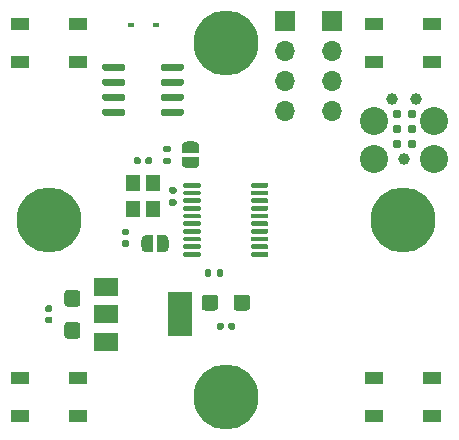
<source format=gts>
G04 #@! TF.GenerationSoftware,KiCad,Pcbnew,6.0.5+dfsg-1~bpo11+1*
G04 #@! TF.CreationDate,2022-08-22T22:11:56+00:00*
G04 #@! TF.ProjectId,LEDcube,4c454463-7562-4652-9e6b-696361645f70,rev?*
G04 #@! TF.SameCoordinates,Original*
G04 #@! TF.FileFunction,Soldermask,Top*
G04 #@! TF.FilePolarity,Negative*
%FSLAX46Y46*%
G04 Gerber Fmt 4.6, Leading zero omitted, Abs format (unit mm)*
G04 Created by KiCad (PCBNEW 6.0.5+dfsg-1~bpo11+1) date 2022-08-22 22:11:56*
%MOMM*%
%LPD*%
G01*
G04 APERTURE LIST*
%ADD10R,1.500000X1.000000*%
%ADD11C,5.500000*%
%ADD12R,1.200000X1.400000*%
%ADD13R,0.600000X0.450000*%
%ADD14R,2.000000X1.500000*%
%ADD15R,2.000000X3.800000*%
%ADD16C,0.990600*%
%ADD17C,2.374900*%
%ADD18C,0.787400*%
%ADD19R,1.700000X1.700000*%
%ADD20O,1.700000X1.700000*%
G04 APERTURE END LIST*
G36*
G01*
X100760000Y-108830000D02*
X100760000Y-109170000D01*
G75*
G02*
X100620000Y-109310000I-140000J0D01*
G01*
X100340000Y-109310000D01*
G75*
G02*
X100200000Y-109170000I0J140000D01*
G01*
X100200000Y-108830000D01*
G75*
G02*
X100340000Y-108690000I140000J0D01*
G01*
X100620000Y-108690000D01*
G75*
G02*
X100760000Y-108830000I0J-140000D01*
G01*
G37*
G36*
G01*
X99800000Y-108830000D02*
X99800000Y-109170000D01*
G75*
G02*
X99660000Y-109310000I-140000J0D01*
G01*
X99380000Y-109310000D01*
G75*
G02*
X99240000Y-109170000I0J140000D01*
G01*
X99240000Y-108830000D01*
G75*
G02*
X99380000Y-108690000I140000J0D01*
G01*
X99660000Y-108690000D01*
G75*
G02*
X99800000Y-108830000I0J-140000D01*
G01*
G37*
D10*
X112550000Y-113400000D03*
X112550000Y-116600000D03*
X117450000Y-116600000D03*
X117450000Y-113400000D03*
G36*
G01*
X91670000Y-102280000D02*
X91330000Y-102280000D01*
G75*
G02*
X91190000Y-102140000I0J140000D01*
G01*
X91190000Y-101860000D01*
G75*
G02*
X91330000Y-101720000I140000J0D01*
G01*
X91670000Y-101720000D01*
G75*
G02*
X91810000Y-101860000I0J-140000D01*
G01*
X91810000Y-102140000D01*
G75*
G02*
X91670000Y-102280000I-140000J0D01*
G01*
G37*
G36*
G01*
X91670000Y-101320000D02*
X91330000Y-101320000D01*
G75*
G02*
X91190000Y-101180000I0J140000D01*
G01*
X91190000Y-100900000D01*
G75*
G02*
X91330000Y-100760000I140000J0D01*
G01*
X91670000Y-100760000D01*
G75*
G02*
X91810000Y-100900000I0J-140000D01*
G01*
X91810000Y-101180000D01*
G75*
G02*
X91670000Y-101320000I-140000J0D01*
G01*
G37*
D11*
X100000000Y-115000000D03*
D12*
X93850000Y-99100000D03*
X93850000Y-96900000D03*
X92150000Y-96900000D03*
X92150000Y-99100000D03*
G36*
G01*
X93740000Y-94830000D02*
X93740000Y-95170000D01*
G75*
G02*
X93600000Y-95310000I-140000J0D01*
G01*
X93320000Y-95310000D01*
G75*
G02*
X93180000Y-95170000I0J140000D01*
G01*
X93180000Y-94830000D01*
G75*
G02*
X93320000Y-94690000I140000J0D01*
G01*
X93600000Y-94690000D01*
G75*
G02*
X93740000Y-94830000I0J-140000D01*
G01*
G37*
G36*
G01*
X92780000Y-94830000D02*
X92780000Y-95170000D01*
G75*
G02*
X92640000Y-95310000I-140000J0D01*
G01*
X92360000Y-95310000D01*
G75*
G02*
X92220000Y-95170000I0J140000D01*
G01*
X92220000Y-94830000D01*
G75*
G02*
X92360000Y-94690000I140000J0D01*
G01*
X92640000Y-94690000D01*
G75*
G02*
X92780000Y-94830000I0J-140000D01*
G01*
G37*
G36*
G01*
X96400000Y-97175000D02*
X96400000Y-96975000D01*
G75*
G02*
X96500000Y-96875000I100000J0D01*
G01*
X97775000Y-96875000D01*
G75*
G02*
X97875000Y-96975000I0J-100000D01*
G01*
X97875000Y-97175000D01*
G75*
G02*
X97775000Y-97275000I-100000J0D01*
G01*
X96500000Y-97275000D01*
G75*
G02*
X96400000Y-97175000I0J100000D01*
G01*
G37*
G36*
G01*
X96400000Y-97825000D02*
X96400000Y-97625000D01*
G75*
G02*
X96500000Y-97525000I100000J0D01*
G01*
X97775000Y-97525000D01*
G75*
G02*
X97875000Y-97625000I0J-100000D01*
G01*
X97875000Y-97825000D01*
G75*
G02*
X97775000Y-97925000I-100000J0D01*
G01*
X96500000Y-97925000D01*
G75*
G02*
X96400000Y-97825000I0J100000D01*
G01*
G37*
G36*
G01*
X96400000Y-98475000D02*
X96400000Y-98275000D01*
G75*
G02*
X96500000Y-98175000I100000J0D01*
G01*
X97775000Y-98175000D01*
G75*
G02*
X97875000Y-98275000I0J-100000D01*
G01*
X97875000Y-98475000D01*
G75*
G02*
X97775000Y-98575000I-100000J0D01*
G01*
X96500000Y-98575000D01*
G75*
G02*
X96400000Y-98475000I0J100000D01*
G01*
G37*
G36*
G01*
X96400000Y-99125000D02*
X96400000Y-98925000D01*
G75*
G02*
X96500000Y-98825000I100000J0D01*
G01*
X97775000Y-98825000D01*
G75*
G02*
X97875000Y-98925000I0J-100000D01*
G01*
X97875000Y-99125000D01*
G75*
G02*
X97775000Y-99225000I-100000J0D01*
G01*
X96500000Y-99225000D01*
G75*
G02*
X96400000Y-99125000I0J100000D01*
G01*
G37*
G36*
G01*
X96400000Y-99775000D02*
X96400000Y-99575000D01*
G75*
G02*
X96500000Y-99475000I100000J0D01*
G01*
X97775000Y-99475000D01*
G75*
G02*
X97875000Y-99575000I0J-100000D01*
G01*
X97875000Y-99775000D01*
G75*
G02*
X97775000Y-99875000I-100000J0D01*
G01*
X96500000Y-99875000D01*
G75*
G02*
X96400000Y-99775000I0J100000D01*
G01*
G37*
G36*
G01*
X96400000Y-100425000D02*
X96400000Y-100225000D01*
G75*
G02*
X96500000Y-100125000I100000J0D01*
G01*
X97775000Y-100125000D01*
G75*
G02*
X97875000Y-100225000I0J-100000D01*
G01*
X97875000Y-100425000D01*
G75*
G02*
X97775000Y-100525000I-100000J0D01*
G01*
X96500000Y-100525000D01*
G75*
G02*
X96400000Y-100425000I0J100000D01*
G01*
G37*
G36*
G01*
X96400000Y-101075000D02*
X96400000Y-100875000D01*
G75*
G02*
X96500000Y-100775000I100000J0D01*
G01*
X97775000Y-100775000D01*
G75*
G02*
X97875000Y-100875000I0J-100000D01*
G01*
X97875000Y-101075000D01*
G75*
G02*
X97775000Y-101175000I-100000J0D01*
G01*
X96500000Y-101175000D01*
G75*
G02*
X96400000Y-101075000I0J100000D01*
G01*
G37*
G36*
G01*
X96400000Y-101725000D02*
X96400000Y-101525000D01*
G75*
G02*
X96500000Y-101425000I100000J0D01*
G01*
X97775000Y-101425000D01*
G75*
G02*
X97875000Y-101525000I0J-100000D01*
G01*
X97875000Y-101725000D01*
G75*
G02*
X97775000Y-101825000I-100000J0D01*
G01*
X96500000Y-101825000D01*
G75*
G02*
X96400000Y-101725000I0J100000D01*
G01*
G37*
G36*
G01*
X96400000Y-102375000D02*
X96400000Y-102175000D01*
G75*
G02*
X96500000Y-102075000I100000J0D01*
G01*
X97775000Y-102075000D01*
G75*
G02*
X97875000Y-102175000I0J-100000D01*
G01*
X97875000Y-102375000D01*
G75*
G02*
X97775000Y-102475000I-100000J0D01*
G01*
X96500000Y-102475000D01*
G75*
G02*
X96400000Y-102375000I0J100000D01*
G01*
G37*
G36*
G01*
X96400000Y-103025000D02*
X96400000Y-102825000D01*
G75*
G02*
X96500000Y-102725000I100000J0D01*
G01*
X97775000Y-102725000D01*
G75*
G02*
X97875000Y-102825000I0J-100000D01*
G01*
X97875000Y-103025000D01*
G75*
G02*
X97775000Y-103125000I-100000J0D01*
G01*
X96500000Y-103125000D01*
G75*
G02*
X96400000Y-103025000I0J100000D01*
G01*
G37*
G36*
G01*
X102125000Y-103025000D02*
X102125000Y-102825000D01*
G75*
G02*
X102225000Y-102725000I100000J0D01*
G01*
X103500000Y-102725000D01*
G75*
G02*
X103600000Y-102825000I0J-100000D01*
G01*
X103600000Y-103025000D01*
G75*
G02*
X103500000Y-103125000I-100000J0D01*
G01*
X102225000Y-103125000D01*
G75*
G02*
X102125000Y-103025000I0J100000D01*
G01*
G37*
G36*
G01*
X102125000Y-102375000D02*
X102125000Y-102175000D01*
G75*
G02*
X102225000Y-102075000I100000J0D01*
G01*
X103500000Y-102075000D01*
G75*
G02*
X103600000Y-102175000I0J-100000D01*
G01*
X103600000Y-102375000D01*
G75*
G02*
X103500000Y-102475000I-100000J0D01*
G01*
X102225000Y-102475000D01*
G75*
G02*
X102125000Y-102375000I0J100000D01*
G01*
G37*
G36*
G01*
X102125000Y-101725000D02*
X102125000Y-101525000D01*
G75*
G02*
X102225000Y-101425000I100000J0D01*
G01*
X103500000Y-101425000D01*
G75*
G02*
X103600000Y-101525000I0J-100000D01*
G01*
X103600000Y-101725000D01*
G75*
G02*
X103500000Y-101825000I-100000J0D01*
G01*
X102225000Y-101825000D01*
G75*
G02*
X102125000Y-101725000I0J100000D01*
G01*
G37*
G36*
G01*
X102125000Y-101075000D02*
X102125000Y-100875000D01*
G75*
G02*
X102225000Y-100775000I100000J0D01*
G01*
X103500000Y-100775000D01*
G75*
G02*
X103600000Y-100875000I0J-100000D01*
G01*
X103600000Y-101075000D01*
G75*
G02*
X103500000Y-101175000I-100000J0D01*
G01*
X102225000Y-101175000D01*
G75*
G02*
X102125000Y-101075000I0J100000D01*
G01*
G37*
G36*
G01*
X102125000Y-100425000D02*
X102125000Y-100225000D01*
G75*
G02*
X102225000Y-100125000I100000J0D01*
G01*
X103500000Y-100125000D01*
G75*
G02*
X103600000Y-100225000I0J-100000D01*
G01*
X103600000Y-100425000D01*
G75*
G02*
X103500000Y-100525000I-100000J0D01*
G01*
X102225000Y-100525000D01*
G75*
G02*
X102125000Y-100425000I0J100000D01*
G01*
G37*
G36*
G01*
X102125000Y-99775000D02*
X102125000Y-99575000D01*
G75*
G02*
X102225000Y-99475000I100000J0D01*
G01*
X103500000Y-99475000D01*
G75*
G02*
X103600000Y-99575000I0J-100000D01*
G01*
X103600000Y-99775000D01*
G75*
G02*
X103500000Y-99875000I-100000J0D01*
G01*
X102225000Y-99875000D01*
G75*
G02*
X102125000Y-99775000I0J100000D01*
G01*
G37*
G36*
G01*
X102125000Y-99125000D02*
X102125000Y-98925000D01*
G75*
G02*
X102225000Y-98825000I100000J0D01*
G01*
X103500000Y-98825000D01*
G75*
G02*
X103600000Y-98925000I0J-100000D01*
G01*
X103600000Y-99125000D01*
G75*
G02*
X103500000Y-99225000I-100000J0D01*
G01*
X102225000Y-99225000D01*
G75*
G02*
X102125000Y-99125000I0J100000D01*
G01*
G37*
G36*
G01*
X102125000Y-98475000D02*
X102125000Y-98275000D01*
G75*
G02*
X102225000Y-98175000I100000J0D01*
G01*
X103500000Y-98175000D01*
G75*
G02*
X103600000Y-98275000I0J-100000D01*
G01*
X103600000Y-98475000D01*
G75*
G02*
X103500000Y-98575000I-100000J0D01*
G01*
X102225000Y-98575000D01*
G75*
G02*
X102125000Y-98475000I0J100000D01*
G01*
G37*
G36*
G01*
X102125000Y-97825000D02*
X102125000Y-97625000D01*
G75*
G02*
X102225000Y-97525000I100000J0D01*
G01*
X103500000Y-97525000D01*
G75*
G02*
X103600000Y-97625000I0J-100000D01*
G01*
X103600000Y-97825000D01*
G75*
G02*
X103500000Y-97925000I-100000J0D01*
G01*
X102225000Y-97925000D01*
G75*
G02*
X102125000Y-97825000I0J100000D01*
G01*
G37*
G36*
G01*
X102125000Y-97175000D02*
X102125000Y-96975000D01*
G75*
G02*
X102225000Y-96875000I100000J0D01*
G01*
X103500000Y-96875000D01*
G75*
G02*
X103600000Y-96975000I0J-100000D01*
G01*
X103600000Y-97175000D01*
G75*
G02*
X103500000Y-97275000I-100000J0D01*
G01*
X102225000Y-97275000D01*
G75*
G02*
X102125000Y-97175000I0J100000D01*
G01*
G37*
D13*
X91950000Y-83500000D03*
X94050000Y-83500000D03*
G36*
G01*
X87425000Y-110050000D02*
X86575000Y-110050000D01*
G75*
G02*
X86325000Y-109800000I0J250000D01*
G01*
X86325000Y-108900000D01*
G75*
G02*
X86575000Y-108650000I250000J0D01*
G01*
X87425000Y-108650000D01*
G75*
G02*
X87675000Y-108900000I0J-250000D01*
G01*
X87675000Y-109800000D01*
G75*
G02*
X87425000Y-110050000I-250000J0D01*
G01*
G37*
G36*
G01*
X87425000Y-107350000D02*
X86575000Y-107350000D01*
G75*
G02*
X86325000Y-107100000I0J250000D01*
G01*
X86325000Y-106200000D01*
G75*
G02*
X86575000Y-105950000I250000J0D01*
G01*
X87425000Y-105950000D01*
G75*
G02*
X87675000Y-106200000I0J-250000D01*
G01*
X87675000Y-107100000D01*
G75*
G02*
X87425000Y-107350000I-250000J0D01*
G01*
G37*
G36*
G01*
X95315000Y-97230000D02*
X95685000Y-97230000D01*
G75*
G02*
X95820000Y-97365000I0J-135000D01*
G01*
X95820000Y-97635000D01*
G75*
G02*
X95685000Y-97770000I-135000J0D01*
G01*
X95315000Y-97770000D01*
G75*
G02*
X95180000Y-97635000I0J135000D01*
G01*
X95180000Y-97365000D01*
G75*
G02*
X95315000Y-97230000I135000J0D01*
G01*
G37*
G36*
G01*
X95315000Y-98250000D02*
X95685000Y-98250000D01*
G75*
G02*
X95820000Y-98385000I0J-135000D01*
G01*
X95820000Y-98655000D01*
G75*
G02*
X95685000Y-98790000I-135000J0D01*
G01*
X95315000Y-98790000D01*
G75*
G02*
X95180000Y-98655000I0J135000D01*
G01*
X95180000Y-98385000D01*
G75*
G02*
X95315000Y-98250000I135000J0D01*
G01*
G37*
D14*
X89850000Y-105700000D03*
D15*
X96150000Y-108000000D03*
D14*
X89850000Y-108000000D03*
X89850000Y-110300000D03*
D10*
X82550000Y-113400000D03*
X82550000Y-116600000D03*
X87450000Y-116600000D03*
X87450000Y-113400000D03*
X112550000Y-83400000D03*
X112550000Y-86600000D03*
X117450000Y-86600000D03*
X117450000Y-83400000D03*
G36*
X96250000Y-94350000D02*
G01*
X96250000Y-93850000D01*
X96254967Y-93850000D01*
X96256432Y-93770059D01*
X96298707Y-93634744D01*
X96377262Y-93516734D01*
X96485781Y-93425514D01*
X96615540Y-93368419D01*
X96750000Y-93350836D01*
X96750000Y-93350000D01*
X97250000Y-93350000D01*
X97250000Y-93350836D01*
X97256109Y-93350037D01*
X97396186Y-93371848D01*
X97524511Y-93432096D01*
X97630769Y-93525940D01*
X97706417Y-93645835D01*
X97745374Y-93782142D01*
X97744959Y-93850000D01*
X97750000Y-93850000D01*
X97750000Y-94350000D01*
X96250000Y-94350000D01*
G37*
G36*
X97744959Y-95150000D02*
G01*
X97744508Y-95223905D01*
X97703889Y-95359726D01*
X97626782Y-95478688D01*
X97519385Y-95571226D01*
X97390333Y-95629903D01*
X97250000Y-95650000D01*
X96750000Y-95650000D01*
X96737784Y-95649851D01*
X96597983Y-95626331D01*
X96470404Y-95564519D01*
X96365300Y-95469384D01*
X96291123Y-95348574D01*
X96253834Y-95211801D01*
X96254967Y-95150000D01*
X96250000Y-95150000D01*
X96250000Y-94650000D01*
X97750000Y-94650000D01*
X97750000Y-95150000D01*
X97744959Y-95150000D01*
G37*
G36*
X94150000Y-101250000D02*
G01*
X94650000Y-101250000D01*
X94650000Y-101254967D01*
X94729941Y-101256432D01*
X94865256Y-101298707D01*
X94983266Y-101377262D01*
X95074486Y-101485781D01*
X95131581Y-101615540D01*
X95149164Y-101750000D01*
X95150000Y-101750000D01*
X95150000Y-102250000D01*
X95149164Y-102250000D01*
X95149963Y-102256109D01*
X95128152Y-102396186D01*
X95067904Y-102524511D01*
X94974060Y-102630769D01*
X94854165Y-102706417D01*
X94717858Y-102745374D01*
X94650000Y-102744959D01*
X94650000Y-102750000D01*
X94150000Y-102750000D01*
X94150000Y-101250000D01*
G37*
G36*
X93350000Y-102744959D02*
G01*
X93276095Y-102744508D01*
X93140274Y-102703889D01*
X93021312Y-102626782D01*
X92928774Y-102519385D01*
X92870097Y-102390333D01*
X92850000Y-102250000D01*
X92850000Y-101750000D01*
X92850149Y-101737784D01*
X92873669Y-101597983D01*
X92935481Y-101470404D01*
X93030616Y-101365300D01*
X93151426Y-101291123D01*
X93288199Y-101253834D01*
X93350000Y-101254967D01*
X93350000Y-101250000D01*
X93850000Y-101250000D01*
X93850000Y-102750000D01*
X93350000Y-102750000D01*
X93350000Y-102744959D01*
G37*
G36*
G01*
X95185000Y-95280000D02*
X94815000Y-95280000D01*
G75*
G02*
X94680000Y-95145000I0J135000D01*
G01*
X94680000Y-94875000D01*
G75*
G02*
X94815000Y-94740000I135000J0D01*
G01*
X95185000Y-94740000D01*
G75*
G02*
X95320000Y-94875000I0J-135000D01*
G01*
X95320000Y-95145000D01*
G75*
G02*
X95185000Y-95280000I-135000J0D01*
G01*
G37*
G36*
G01*
X95185000Y-94260000D02*
X94815000Y-94260000D01*
G75*
G02*
X94680000Y-94125000I0J135000D01*
G01*
X94680000Y-93855000D01*
G75*
G02*
X94815000Y-93720000I135000J0D01*
G01*
X95185000Y-93720000D01*
G75*
G02*
X95320000Y-93855000I0J-135000D01*
G01*
X95320000Y-94125000D01*
G75*
G02*
X95185000Y-94260000I-135000J0D01*
G01*
G37*
G36*
G01*
X84830000Y-107240000D02*
X85170000Y-107240000D01*
G75*
G02*
X85310000Y-107380000I0J-140000D01*
G01*
X85310000Y-107660000D01*
G75*
G02*
X85170000Y-107800000I-140000J0D01*
G01*
X84830000Y-107800000D01*
G75*
G02*
X84690000Y-107660000I0J140000D01*
G01*
X84690000Y-107380000D01*
G75*
G02*
X84830000Y-107240000I140000J0D01*
G01*
G37*
G36*
G01*
X84830000Y-108200000D02*
X85170000Y-108200000D01*
G75*
G02*
X85310000Y-108340000I0J-140000D01*
G01*
X85310000Y-108620000D01*
G75*
G02*
X85170000Y-108760000I-140000J0D01*
G01*
X84830000Y-108760000D01*
G75*
G02*
X84690000Y-108620000I0J140000D01*
G01*
X84690000Y-108340000D01*
G75*
G02*
X84830000Y-108200000I140000J0D01*
G01*
G37*
D11*
X85000000Y-100000000D03*
X115000000Y-100000000D03*
G36*
G01*
X97950000Y-107425000D02*
X97950000Y-106575000D01*
G75*
G02*
X98200000Y-106325000I250000J0D01*
G01*
X99100000Y-106325000D01*
G75*
G02*
X99350000Y-106575000I0J-250000D01*
G01*
X99350000Y-107425000D01*
G75*
G02*
X99100000Y-107675000I-250000J0D01*
G01*
X98200000Y-107675000D01*
G75*
G02*
X97950000Y-107425000I0J250000D01*
G01*
G37*
G36*
G01*
X100650000Y-107425000D02*
X100650000Y-106575000D01*
G75*
G02*
X100900000Y-106325000I250000J0D01*
G01*
X101800000Y-106325000D01*
G75*
G02*
X102050000Y-106575000I0J-250000D01*
G01*
X102050000Y-107425000D01*
G75*
G02*
X101800000Y-107675000I-250000J0D01*
G01*
X100900000Y-107675000D01*
G75*
G02*
X100650000Y-107425000I0J250000D01*
G01*
G37*
G36*
G01*
X89530000Y-87245000D02*
X89530000Y-86945000D01*
G75*
G02*
X89680000Y-86795000I150000J0D01*
G01*
X91330000Y-86795000D01*
G75*
G02*
X91480000Y-86945000I0J-150000D01*
G01*
X91480000Y-87245000D01*
G75*
G02*
X91330000Y-87395000I-150000J0D01*
G01*
X89680000Y-87395000D01*
G75*
G02*
X89530000Y-87245000I0J150000D01*
G01*
G37*
G36*
G01*
X89530000Y-88515000D02*
X89530000Y-88215000D01*
G75*
G02*
X89680000Y-88065000I150000J0D01*
G01*
X91330000Y-88065000D01*
G75*
G02*
X91480000Y-88215000I0J-150000D01*
G01*
X91480000Y-88515000D01*
G75*
G02*
X91330000Y-88665000I-150000J0D01*
G01*
X89680000Y-88665000D01*
G75*
G02*
X89530000Y-88515000I0J150000D01*
G01*
G37*
G36*
G01*
X89530000Y-89785000D02*
X89530000Y-89485000D01*
G75*
G02*
X89680000Y-89335000I150000J0D01*
G01*
X91330000Y-89335000D01*
G75*
G02*
X91480000Y-89485000I0J-150000D01*
G01*
X91480000Y-89785000D01*
G75*
G02*
X91330000Y-89935000I-150000J0D01*
G01*
X89680000Y-89935000D01*
G75*
G02*
X89530000Y-89785000I0J150000D01*
G01*
G37*
G36*
G01*
X89530000Y-91055000D02*
X89530000Y-90755000D01*
G75*
G02*
X89680000Y-90605000I150000J0D01*
G01*
X91330000Y-90605000D01*
G75*
G02*
X91480000Y-90755000I0J-150000D01*
G01*
X91480000Y-91055000D01*
G75*
G02*
X91330000Y-91205000I-150000J0D01*
G01*
X89680000Y-91205000D01*
G75*
G02*
X89530000Y-91055000I0J150000D01*
G01*
G37*
G36*
G01*
X94480000Y-91055000D02*
X94480000Y-90755000D01*
G75*
G02*
X94630000Y-90605000I150000J0D01*
G01*
X96280000Y-90605000D01*
G75*
G02*
X96430000Y-90755000I0J-150000D01*
G01*
X96430000Y-91055000D01*
G75*
G02*
X96280000Y-91205000I-150000J0D01*
G01*
X94630000Y-91205000D01*
G75*
G02*
X94480000Y-91055000I0J150000D01*
G01*
G37*
G36*
G01*
X94480000Y-89785000D02*
X94480000Y-89485000D01*
G75*
G02*
X94630000Y-89335000I150000J0D01*
G01*
X96280000Y-89335000D01*
G75*
G02*
X96430000Y-89485000I0J-150000D01*
G01*
X96430000Y-89785000D01*
G75*
G02*
X96280000Y-89935000I-150000J0D01*
G01*
X94630000Y-89935000D01*
G75*
G02*
X94480000Y-89785000I0J150000D01*
G01*
G37*
G36*
G01*
X94480000Y-88515000D02*
X94480000Y-88215000D01*
G75*
G02*
X94630000Y-88065000I150000J0D01*
G01*
X96280000Y-88065000D01*
G75*
G02*
X96430000Y-88215000I0J-150000D01*
G01*
X96430000Y-88515000D01*
G75*
G02*
X96280000Y-88665000I-150000J0D01*
G01*
X94630000Y-88665000D01*
G75*
G02*
X94480000Y-88515000I0J150000D01*
G01*
G37*
G36*
G01*
X94480000Y-87245000D02*
X94480000Y-86945000D01*
G75*
G02*
X94630000Y-86795000I150000J0D01*
G01*
X96280000Y-86795000D01*
G75*
G02*
X96430000Y-86945000I0J-150000D01*
G01*
X96430000Y-87245000D01*
G75*
G02*
X96280000Y-87395000I-150000J0D01*
G01*
X94630000Y-87395000D01*
G75*
G02*
X94480000Y-87245000I0J150000D01*
G01*
G37*
X100000000Y-85000000D03*
G36*
G01*
X99770000Y-104315000D02*
X99770000Y-104685000D01*
G75*
G02*
X99635000Y-104820000I-135000J0D01*
G01*
X99365000Y-104820000D01*
G75*
G02*
X99230000Y-104685000I0J135000D01*
G01*
X99230000Y-104315000D01*
G75*
G02*
X99365000Y-104180000I135000J0D01*
G01*
X99635000Y-104180000D01*
G75*
G02*
X99770000Y-104315000I0J-135000D01*
G01*
G37*
G36*
G01*
X98750000Y-104315000D02*
X98750000Y-104685000D01*
G75*
G02*
X98615000Y-104820000I-135000J0D01*
G01*
X98345000Y-104820000D01*
G75*
G02*
X98210000Y-104685000I0J135000D01*
G01*
X98210000Y-104315000D01*
G75*
G02*
X98345000Y-104180000I135000J0D01*
G01*
X98615000Y-104180000D01*
G75*
G02*
X98750000Y-104315000I0J-135000D01*
G01*
G37*
D10*
X82550000Y-83400000D03*
X82550000Y-86600000D03*
X87450000Y-86600000D03*
X87450000Y-83400000D03*
D16*
X114084000Y-89760000D03*
D17*
X112560000Y-94840000D03*
D16*
X116116000Y-89760000D03*
D17*
X117640000Y-94840000D03*
D16*
X115100000Y-94840000D03*
D17*
X112560000Y-91665000D03*
X117640000Y-91665000D03*
D18*
X115735000Y-93570000D03*
X114465000Y-93570000D03*
X115735000Y-92300000D03*
X114465000Y-92300000D03*
X115735000Y-91030000D03*
X114465000Y-91030000D03*
D19*
X105000000Y-83200000D03*
D20*
X105000000Y-85740000D03*
X105000000Y-88280000D03*
X105000000Y-90820000D03*
D19*
X109000000Y-83200000D03*
D20*
X109000000Y-85740000D03*
X109000000Y-88280000D03*
X109000000Y-90820000D03*
M02*

</source>
